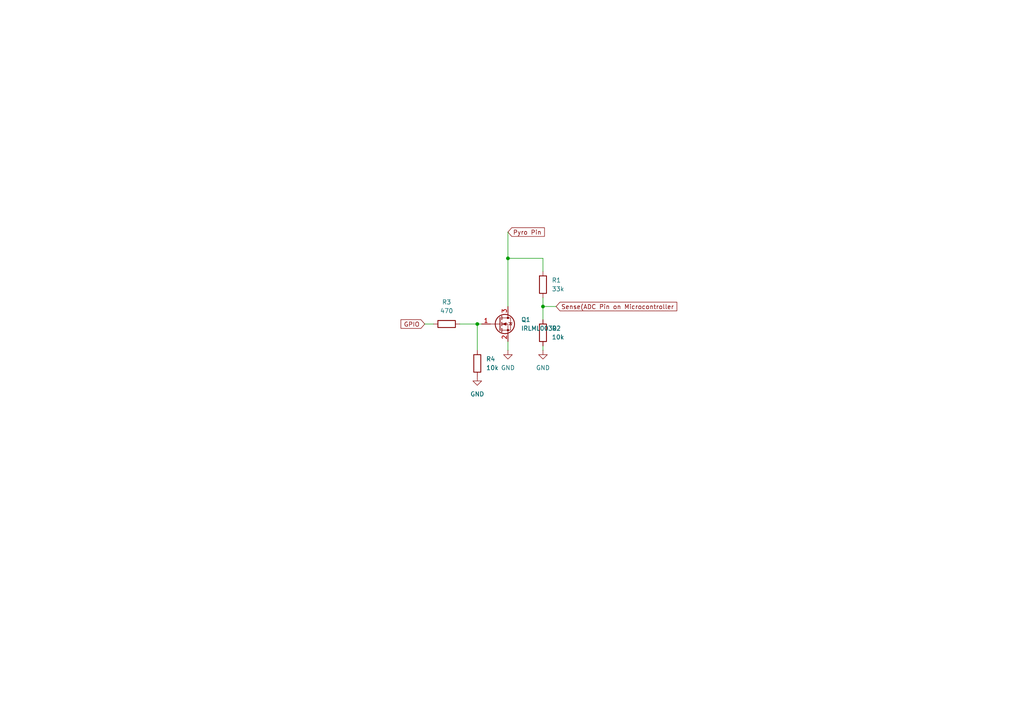
<source format=kicad_sch>
(kicad_sch
	(version 20231120)
	(generator "eeschema")
	(generator_version "8.0")
	(uuid "4b87987a-7eb1-4c92-aab7-f7fab4804919")
	(paper "A4")
	(lib_symbols
		(symbol "Device:R"
			(pin_numbers hide)
			(pin_names
				(offset 0)
			)
			(exclude_from_sim no)
			(in_bom yes)
			(on_board yes)
			(property "Reference" "R"
				(at 2.032 0 90)
				(effects
					(font
						(size 1.27 1.27)
					)
				)
			)
			(property "Value" "R"
				(at 0 0 90)
				(effects
					(font
						(size 1.27 1.27)
					)
				)
			)
			(property "Footprint" ""
				(at -1.778 0 90)
				(effects
					(font
						(size 1.27 1.27)
					)
					(hide yes)
				)
			)
			(property "Datasheet" "~"
				(at 0 0 0)
				(effects
					(font
						(size 1.27 1.27)
					)
					(hide yes)
				)
			)
			(property "Description" "Resistor"
				(at 0 0 0)
				(effects
					(font
						(size 1.27 1.27)
					)
					(hide yes)
				)
			)
			(property "ki_keywords" "R res resistor"
				(at 0 0 0)
				(effects
					(font
						(size 1.27 1.27)
					)
					(hide yes)
				)
			)
			(property "ki_fp_filters" "R_*"
				(at 0 0 0)
				(effects
					(font
						(size 1.27 1.27)
					)
					(hide yes)
				)
			)
			(symbol "R_0_1"
				(rectangle
					(start -1.016 -2.54)
					(end 1.016 2.54)
					(stroke
						(width 0.254)
						(type default)
					)
					(fill
						(type none)
					)
				)
			)
			(symbol "R_1_1"
				(pin passive line
					(at 0 3.81 270)
					(length 1.27)
					(name "~"
						(effects
							(font
								(size 1.27 1.27)
							)
						)
					)
					(number "1"
						(effects
							(font
								(size 1.27 1.27)
							)
						)
					)
				)
				(pin passive line
					(at 0 -3.81 90)
					(length 1.27)
					(name "~"
						(effects
							(font
								(size 1.27 1.27)
							)
						)
					)
					(number "2"
						(effects
							(font
								(size 1.27 1.27)
							)
						)
					)
				)
			)
		)
		(symbol "Transistor_FET:IRLML0030"
			(pin_names hide)
			(exclude_from_sim no)
			(in_bom yes)
			(on_board yes)
			(property "Reference" "Q"
				(at 5.08 1.905 0)
				(effects
					(font
						(size 1.27 1.27)
					)
					(justify left)
				)
			)
			(property "Value" "IRLML0030"
				(at 5.08 0 0)
				(effects
					(font
						(size 1.27 1.27)
					)
					(justify left)
				)
			)
			(property "Footprint" "Package_TO_SOT_SMD:SOT-23"
				(at 5.08 -1.905 0)
				(effects
					(font
						(size 1.27 1.27)
						(italic yes)
					)
					(justify left)
					(hide yes)
				)
			)
			(property "Datasheet" "https://www.infineon.com/dgdl/irlml0030pbf.pdf?fileId=5546d462533600a401535664773825df"
				(at 5.08 -3.81 0)
				(effects
					(font
						(size 1.27 1.27)
					)
					(justify left)
					(hide yes)
				)
			)
			(property "Description" "5.3A Id, 30V Vds, 27mOhm Rds, N-Channel HEXFET Power MOSFET, SOT-23"
				(at 0 0 0)
				(effects
					(font
						(size 1.27 1.27)
					)
					(hide yes)
				)
			)
			(property "ki_keywords" "N-Channel HEXFET MOSFET Logic-Level"
				(at 0 0 0)
				(effects
					(font
						(size 1.27 1.27)
					)
					(hide yes)
				)
			)
			(property "ki_fp_filters" "SOT?23*"
				(at 0 0 0)
				(effects
					(font
						(size 1.27 1.27)
					)
					(hide yes)
				)
			)
			(symbol "IRLML0030_0_1"
				(polyline
					(pts
						(xy 0.254 0) (xy -2.54 0)
					)
					(stroke
						(width 0)
						(type default)
					)
					(fill
						(type none)
					)
				)
				(polyline
					(pts
						(xy 0.254 1.905) (xy 0.254 -1.905)
					)
					(stroke
						(width 0.254)
						(type default)
					)
					(fill
						(type none)
					)
				)
				(polyline
					(pts
						(xy 0.762 -1.27) (xy 0.762 -2.286)
					)
					(stroke
						(width 0.254)
						(type default)
					)
					(fill
						(type none)
					)
				)
				(polyline
					(pts
						(xy 0.762 0.508) (xy 0.762 -0.508)
					)
					(stroke
						(width 0.254)
						(type default)
					)
					(fill
						(type none)
					)
				)
				(polyline
					(pts
						(xy 0.762 2.286) (xy 0.762 1.27)
					)
					(stroke
						(width 0.254)
						(type default)
					)
					(fill
						(type none)
					)
				)
				(polyline
					(pts
						(xy 2.54 2.54) (xy 2.54 1.778)
					)
					(stroke
						(width 0)
						(type default)
					)
					(fill
						(type none)
					)
				)
				(polyline
					(pts
						(xy 2.54 -2.54) (xy 2.54 0) (xy 0.762 0)
					)
					(stroke
						(width 0)
						(type default)
					)
					(fill
						(type none)
					)
				)
				(polyline
					(pts
						(xy 0.762 -1.778) (xy 3.302 -1.778) (xy 3.302 1.778) (xy 0.762 1.778)
					)
					(stroke
						(width 0)
						(type default)
					)
					(fill
						(type none)
					)
				)
				(polyline
					(pts
						(xy 1.016 0) (xy 2.032 0.381) (xy 2.032 -0.381) (xy 1.016 0)
					)
					(stroke
						(width 0)
						(type default)
					)
					(fill
						(type outline)
					)
				)
				(polyline
					(pts
						(xy 2.794 0.508) (xy 2.921 0.381) (xy 3.683 0.381) (xy 3.81 0.254)
					)
					(stroke
						(width 0)
						(type default)
					)
					(fill
						(type none)
					)
				)
				(polyline
					(pts
						(xy 3.302 0.381) (xy 2.921 -0.254) (xy 3.683 -0.254) (xy 3.302 0.381)
					)
					(stroke
						(width 0)
						(type default)
					)
					(fill
						(type none)
					)
				)
				(circle
					(center 1.651 0)
					(radius 2.794)
					(stroke
						(width 0.254)
						(type default)
					)
					(fill
						(type none)
					)
				)
				(circle
					(center 2.54 -1.778)
					(radius 0.254)
					(stroke
						(width 0)
						(type default)
					)
					(fill
						(type outline)
					)
				)
				(circle
					(center 2.54 1.778)
					(radius 0.254)
					(stroke
						(width 0)
						(type default)
					)
					(fill
						(type outline)
					)
				)
			)
			(symbol "IRLML0030_1_1"
				(pin input line
					(at -5.08 0 0)
					(length 2.54)
					(name "G"
						(effects
							(font
								(size 1.27 1.27)
							)
						)
					)
					(number "1"
						(effects
							(font
								(size 1.27 1.27)
							)
						)
					)
				)
				(pin passive line
					(at 2.54 -5.08 90)
					(length 2.54)
					(name "S"
						(effects
							(font
								(size 1.27 1.27)
							)
						)
					)
					(number "2"
						(effects
							(font
								(size 1.27 1.27)
							)
						)
					)
				)
				(pin passive line
					(at 2.54 5.08 270)
					(length 2.54)
					(name "D"
						(effects
							(font
								(size 1.27 1.27)
							)
						)
					)
					(number "3"
						(effects
							(font
								(size 1.27 1.27)
							)
						)
					)
				)
			)
		)
		(symbol "power:GND"
			(power)
			(pin_numbers hide)
			(pin_names
				(offset 0) hide)
			(exclude_from_sim no)
			(in_bom yes)
			(on_board yes)
			(property "Reference" "#PWR"
				(at 0 -6.35 0)
				(effects
					(font
						(size 1.27 1.27)
					)
					(hide yes)
				)
			)
			(property "Value" "GND"
				(at 0 -3.81 0)
				(effects
					(font
						(size 1.27 1.27)
					)
				)
			)
			(property "Footprint" ""
				(at 0 0 0)
				(effects
					(font
						(size 1.27 1.27)
					)
					(hide yes)
				)
			)
			(property "Datasheet" ""
				(at 0 0 0)
				(effects
					(font
						(size 1.27 1.27)
					)
					(hide yes)
				)
			)
			(property "Description" "Power symbol creates a global label with name \"GND\" , ground"
				(at 0 0 0)
				(effects
					(font
						(size 1.27 1.27)
					)
					(hide yes)
				)
			)
			(property "ki_keywords" "global power"
				(at 0 0 0)
				(effects
					(font
						(size 1.27 1.27)
					)
					(hide yes)
				)
			)
			(symbol "GND_0_1"
				(polyline
					(pts
						(xy 0 0) (xy 0 -1.27) (xy 1.27 -1.27) (xy 0 -2.54) (xy -1.27 -1.27) (xy 0 -1.27)
					)
					(stroke
						(width 0)
						(type default)
					)
					(fill
						(type none)
					)
				)
			)
			(symbol "GND_1_1"
				(pin power_in line
					(at 0 0 270)
					(length 0)
					(name "~"
						(effects
							(font
								(size 1.27 1.27)
							)
						)
					)
					(number "1"
						(effects
							(font
								(size 1.27 1.27)
							)
						)
					)
				)
			)
		)
	)
	(junction
		(at 157.48 88.9)
		(diameter 0)
		(color 0 0 0 0)
		(uuid "361bd199-c83b-46f9-a24c-c52540b01dc0")
	)
	(junction
		(at 138.43 93.98)
		(diameter 0)
		(color 0 0 0 0)
		(uuid "7365fe91-3984-490a-98c4-6542f2b954e3")
	)
	(junction
		(at 147.32 74.93)
		(diameter 0)
		(color 0 0 0 0)
		(uuid "a2ced5c6-acbd-4f64-96b1-51be3960d09d")
	)
	(wire
		(pts
			(xy 123.19 93.98) (xy 125.73 93.98)
		)
		(stroke
			(width 0)
			(type default)
		)
		(uuid "0b4682c7-11dd-4430-ac50-621e15c2ac94")
	)
	(wire
		(pts
			(xy 133.35 93.98) (xy 138.43 93.98)
		)
		(stroke
			(width 0)
			(type default)
		)
		(uuid "10bc0243-753a-4c9b-bd37-73a4e64856b9")
	)
	(wire
		(pts
			(xy 147.32 99.06) (xy 147.32 101.6)
		)
		(stroke
			(width 0)
			(type default)
		)
		(uuid "12eae229-d9e6-4a7b-b6b3-76e4850a0d1e")
	)
	(wire
		(pts
			(xy 157.48 88.9) (xy 161.29 88.9)
		)
		(stroke
			(width 0)
			(type default)
		)
		(uuid "3e386e6e-f7d5-4e39-906b-8b342117d958")
	)
	(wire
		(pts
			(xy 147.32 74.93) (xy 157.48 74.93)
		)
		(stroke
			(width 0)
			(type default)
		)
		(uuid "564ce957-93e3-4d25-a8b5-4f7f3fc0a711")
	)
	(wire
		(pts
			(xy 157.48 88.9) (xy 157.48 92.71)
		)
		(stroke
			(width 0)
			(type default)
		)
		(uuid "6ccf4325-4c08-4a64-b212-e0e74239f7f4")
	)
	(wire
		(pts
			(xy 147.32 74.93) (xy 147.32 88.9)
		)
		(stroke
			(width 0)
			(type default)
		)
		(uuid "80d7b41a-cd68-49bf-b1ab-5d2a9c850f69")
	)
	(wire
		(pts
			(xy 157.48 74.93) (xy 157.48 78.74)
		)
		(stroke
			(width 0)
			(type default)
		)
		(uuid "86dbbdee-6d8d-497a-b549-3fc7e484fccf")
	)
	(wire
		(pts
			(xy 138.43 93.98) (xy 139.7 93.98)
		)
		(stroke
			(width 0)
			(type default)
		)
		(uuid "b5be83f2-7d61-4a62-890c-5698ab22c3cc")
	)
	(wire
		(pts
			(xy 157.48 100.33) (xy 157.48 101.6)
		)
		(stroke
			(width 0)
			(type default)
		)
		(uuid "ba5248e2-b6c6-4946-a132-154cb44733d7")
	)
	(wire
		(pts
			(xy 138.43 93.98) (xy 138.43 101.6)
		)
		(stroke
			(width 0)
			(type default)
		)
		(uuid "c98636a9-0bc6-4f9d-9f99-80278e6983e3")
	)
	(wire
		(pts
			(xy 157.48 86.36) (xy 157.48 88.9)
		)
		(stroke
			(width 0)
			(type default)
		)
		(uuid "cb2961fc-3ca2-40bb-82db-3581d54a969d")
	)
	(wire
		(pts
			(xy 147.32 67.31) (xy 147.32 74.93)
		)
		(stroke
			(width 0)
			(type default)
		)
		(uuid "e8916761-a0b3-4277-88d7-88b2e968c89d")
	)
	(global_label "Sense(ADC Pin on Microcontroller"
		(shape input)
		(at 161.29 88.9 0)
		(fields_autoplaced yes)
		(effects
			(font
				(size 1.27 1.27)
			)
			(justify left)
		)
		(uuid "9ae49465-73e6-4938-9ca6-1c2c267f6273")
		(property "Intersheetrefs" "${INTERSHEET_REFS}"
			(at 196.8716 88.9 0)
			(effects
				(font
					(size 1.27 1.27)
				)
				(justify left)
				(hide yes)
			)
		)
	)
	(global_label "Pyro Pin"
		(shape input)
		(at 147.32 67.31 0)
		(fields_autoplaced yes)
		(effects
			(font
				(size 1.27 1.27)
			)
			(justify left)
		)
		(uuid "e5c168cf-710c-45c5-80a2-ef9616aea573")
		(property "Intersheetrefs" "${INTERSHEET_REFS}"
			(at 158.4694 67.31 0)
			(effects
				(font
					(size 1.27 1.27)
				)
				(justify left)
				(hide yes)
			)
		)
	)
	(global_label "GPIO"
		(shape input)
		(at 123.19 93.98 180)
		(fields_autoplaced yes)
		(effects
			(font
				(size 1.27 1.27)
			)
			(justify right)
		)
		(uuid "e690acda-f860-4df0-9421-ceba97c81b91")
		(property "Intersheetrefs" "${INTERSHEET_REFS}"
			(at 115.7295 93.98 0)
			(effects
				(font
					(size 1.27 1.27)
				)
				(justify right)
				(hide yes)
			)
		)
	)
	(symbol
		(lib_id "power:GND")
		(at 157.48 101.6 0)
		(unit 1)
		(exclude_from_sim no)
		(in_bom yes)
		(on_board yes)
		(dnp no)
		(fields_autoplaced yes)
		(uuid "11154fcb-4cd5-4119-bc38-8683573a5df1")
		(property "Reference" "#PWR03"
			(at 157.48 107.95 0)
			(effects
				(font
					(size 1.27 1.27)
				)
				(hide yes)
			)
		)
		(property "Value" "GND"
			(at 157.48 106.68 0)
			(effects
				(font
					(size 1.27 1.27)
				)
			)
		)
		(property "Footprint" ""
			(at 157.48 101.6 0)
			(effects
				(font
					(size 1.27 1.27)
				)
				(hide yes)
			)
		)
		(property "Datasheet" ""
			(at 157.48 101.6 0)
			(effects
				(font
					(size 1.27 1.27)
				)
				(hide yes)
			)
		)
		(property "Description" "Power symbol creates a global label with name \"GND\" , ground"
			(at 157.48 101.6 0)
			(effects
				(font
					(size 1.27 1.27)
				)
				(hide yes)
			)
		)
		(pin "1"
			(uuid "85c97601-4c4e-4438-9dfe-17dc8ef38ea9")
		)
		(instances
			(project ""
				(path "/4b87987a-7eb1-4c92-aab7-f7fab4804919"
					(reference "#PWR03")
					(unit 1)
				)
			)
		)
	)
	(symbol
		(lib_id "power:GND")
		(at 147.32 101.6 0)
		(unit 1)
		(exclude_from_sim no)
		(in_bom yes)
		(on_board yes)
		(dnp no)
		(fields_autoplaced yes)
		(uuid "19199bb1-b0f3-4249-bd95-d779a6988e04")
		(property "Reference" "#PWR02"
			(at 147.32 107.95 0)
			(effects
				(font
					(size 1.27 1.27)
				)
				(hide yes)
			)
		)
		(property "Value" "GND"
			(at 147.32 106.68 0)
			(effects
				(font
					(size 1.27 1.27)
				)
			)
		)
		(property "Footprint" ""
			(at 147.32 101.6 0)
			(effects
				(font
					(size 1.27 1.27)
				)
				(hide yes)
			)
		)
		(property "Datasheet" ""
			(at 147.32 101.6 0)
			(effects
				(font
					(size 1.27 1.27)
				)
				(hide yes)
			)
		)
		(property "Description" "Power symbol creates a global label with name \"GND\" , ground"
			(at 147.32 101.6 0)
			(effects
				(font
					(size 1.27 1.27)
				)
				(hide yes)
			)
		)
		(pin "1"
			(uuid "7571d34d-117b-4993-864a-b45789e78929")
		)
		(instances
			(project ""
				(path "/4b87987a-7eb1-4c92-aab7-f7fab4804919"
					(reference "#PWR02")
					(unit 1)
				)
			)
		)
	)
	(symbol
		(lib_id "Device:R")
		(at 157.48 82.55 0)
		(unit 1)
		(exclude_from_sim no)
		(in_bom yes)
		(on_board yes)
		(dnp no)
		(fields_autoplaced yes)
		(uuid "2ce37ef8-f96f-4a28-aab8-8f1312abc4a7")
		(property "Reference" "R1"
			(at 160.02 81.2799 0)
			(effects
				(font
					(size 1.27 1.27)
				)
				(justify left)
			)
		)
		(property "Value" "33k"
			(at 160.02 83.8199 0)
			(effects
				(font
					(size 1.27 1.27)
				)
				(justify left)
			)
		)
		(property "Footprint" "Resistor_SMD:R_0402_1005Metric"
			(at 155.702 82.55 90)
			(effects
				(font
					(size 1.27 1.27)
				)
				(hide yes)
			)
		)
		(property "Datasheet" "~"
			(at 157.48 82.55 0)
			(effects
				(font
					(size 1.27 1.27)
				)
				(hide yes)
			)
		)
		(property "Description" "Resistor"
			(at 157.48 82.55 0)
			(effects
				(font
					(size 1.27 1.27)
				)
				(hide yes)
			)
		)
		(pin "2"
			(uuid "8304be23-88db-4e67-aaf9-dc94a8333d18")
		)
		(pin "1"
			(uuid "18adcd9b-bf2a-4ff0-bd46-0e3c0e11c8c7")
		)
		(instances
			(project ""
				(path "/4b87987a-7eb1-4c92-aab7-f7fab4804919"
					(reference "R1")
					(unit 1)
				)
			)
		)
	)
	(symbol
		(lib_id "power:GND")
		(at 138.43 109.22 0)
		(unit 1)
		(exclude_from_sim no)
		(in_bom yes)
		(on_board yes)
		(dnp no)
		(fields_autoplaced yes)
		(uuid "7b10395b-93c5-4697-b543-741da63e34eb")
		(property "Reference" "#PWR01"
			(at 138.43 115.57 0)
			(effects
				(font
					(size 1.27 1.27)
				)
				(hide yes)
			)
		)
		(property "Value" "GND"
			(at 138.43 114.3 0)
			(effects
				(font
					(size 1.27 1.27)
				)
			)
		)
		(property "Footprint" ""
			(at 138.43 109.22 0)
			(effects
				(font
					(size 1.27 1.27)
				)
				(hide yes)
			)
		)
		(property "Datasheet" ""
			(at 138.43 109.22 0)
			(effects
				(font
					(size 1.27 1.27)
				)
				(hide yes)
			)
		)
		(property "Description" "Power symbol creates a global label with name \"GND\" , ground"
			(at 138.43 109.22 0)
			(effects
				(font
					(size 1.27 1.27)
				)
				(hide yes)
			)
		)
		(pin "1"
			(uuid "528ef6ab-e094-46c6-a147-df9daef37f1a")
		)
		(instances
			(project ""
				(path "/4b87987a-7eb1-4c92-aab7-f7fab4804919"
					(reference "#PWR01")
					(unit 1)
				)
			)
		)
	)
	(symbol
		(lib_id "Device:R")
		(at 129.54 93.98 90)
		(unit 1)
		(exclude_from_sim no)
		(in_bom yes)
		(on_board yes)
		(dnp no)
		(fields_autoplaced yes)
		(uuid "7e54f64b-fed6-4338-ba75-8de4bbaeb89c")
		(property "Reference" "R3"
			(at 129.54 87.63 90)
			(effects
				(font
					(size 1.27 1.27)
				)
			)
		)
		(property "Value" "470"
			(at 129.54 90.17 90)
			(effects
				(font
					(size 1.27 1.27)
				)
			)
		)
		(property "Footprint" "Resistor_SMD:R_0402_1005Metric"
			(at 129.54 95.758 90)
			(effects
				(font
					(size 1.27 1.27)
				)
				(hide yes)
			)
		)
		(property "Datasheet" "~"
			(at 129.54 93.98 0)
			(effects
				(font
					(size 1.27 1.27)
				)
				(hide yes)
			)
		)
		(property "Description" "Resistor"
			(at 129.54 93.98 0)
			(effects
				(font
					(size 1.27 1.27)
				)
				(hide yes)
			)
		)
		(pin "2"
			(uuid "f2815d68-2f9a-4896-8193-e83d43aad2da")
		)
		(pin "1"
			(uuid "4eab3356-8ad2-4553-a8b5-86ec89cccb28")
		)
		(instances
			(project ""
				(path "/4b87987a-7eb1-4c92-aab7-f7fab4804919"
					(reference "R3")
					(unit 1)
				)
			)
		)
	)
	(symbol
		(lib_id "Transistor_FET:IRLML0030")
		(at 144.78 93.98 0)
		(unit 1)
		(exclude_from_sim no)
		(in_bom yes)
		(on_board yes)
		(dnp no)
		(fields_autoplaced yes)
		(uuid "81dba7f1-cba7-48ec-97f7-c215fe06607f")
		(property "Reference" "Q1"
			(at 151.13 92.7099 0)
			(effects
				(font
					(size 1.27 1.27)
				)
				(justify left)
			)
		)
		(property "Value" "IRLML0030"
			(at 151.13 95.2499 0)
			(effects
				(font
					(size 1.27 1.27)
				)
				(justify left)
			)
		)
		(property "Footprint" "Package_TO_SOT_SMD:SOT-23"
			(at 149.86 95.885 0)
			(effects
				(font
					(size 1.27 1.27)
					(italic yes)
				)
				(justify left)
				(hide yes)
			)
		)
		(property "Datasheet" "https://www.infineon.com/dgdl/irlml0030pbf.pdf?fileId=5546d462533600a401535664773825df"
			(at 149.86 97.79 0)
			(effects
				(font
					(size 1.27 1.27)
				)
				(justify left)
				(hide yes)
			)
		)
		(property "Description" "5.3A Id, 30V Vds, 27mOhm Rds, N-Channel HEXFET Power MOSFET, SOT-23"
			(at 144.78 93.98 0)
			(effects
				(font
					(size 1.27 1.27)
				)
				(hide yes)
			)
		)
		(pin "1"
			(uuid "79a461ba-b799-4802-93e5-c04f39f7dcf1")
		)
		(pin "2"
			(uuid "a1521a5b-3bce-4680-ae70-80fad17d76c9")
		)
		(pin "3"
			(uuid "9c02477f-60d1-4a35-828d-7d0d1318550b")
		)
		(instances
			(project ""
				(path "/4b87987a-7eb1-4c92-aab7-f7fab4804919"
					(reference "Q1")
					(unit 1)
				)
			)
		)
	)
	(symbol
		(lib_id "Device:R")
		(at 138.43 105.41 0)
		(unit 1)
		(exclude_from_sim no)
		(in_bom yes)
		(on_board yes)
		(dnp no)
		(fields_autoplaced yes)
		(uuid "85222c6d-3bde-48e0-bb81-e3560db769d5")
		(property "Reference" "R4"
			(at 140.97 104.1399 0)
			(effects
				(font
					(size 1.27 1.27)
				)
				(justify left)
			)
		)
		(property "Value" "10k"
			(at 140.97 106.6799 0)
			(effects
				(font
					(size 1.27 1.27)
				)
				(justify left)
			)
		)
		(property "Footprint" "Resistor_SMD:R_0402_1005Metric"
			(at 136.652 105.41 90)
			(effects
				(font
					(size 1.27 1.27)
				)
				(hide yes)
			)
		)
		(property "Datasheet" "~"
			(at 138.43 105.41 0)
			(effects
				(font
					(size 1.27 1.27)
				)
				(hide yes)
			)
		)
		(property "Description" "Resistor"
			(at 138.43 105.41 0)
			(effects
				(font
					(size 1.27 1.27)
				)
				(hide yes)
			)
		)
		(pin "2"
			(uuid "32568927-85fe-4f42-8d20-7a88a8624b82")
		)
		(pin "1"
			(uuid "2b3a1c70-b601-4294-9d04-add5a4cfdcf4")
		)
		(instances
			(project ""
				(path "/4b87987a-7eb1-4c92-aab7-f7fab4804919"
					(reference "R4")
					(unit 1)
				)
			)
		)
	)
	(symbol
		(lib_id "Device:R")
		(at 157.48 96.52 0)
		(unit 1)
		(exclude_from_sim no)
		(in_bom yes)
		(on_board yes)
		(dnp no)
		(fields_autoplaced yes)
		(uuid "d7f8dfba-0e14-40de-8057-a5a50ade0f9c")
		(property "Reference" "R2"
			(at 160.02 95.2499 0)
			(effects
				(font
					(size 1.27 1.27)
				)
				(justify left)
			)
		)
		(property "Value" "10k"
			(at 160.02 97.7899 0)
			(effects
				(font
					(size 1.27 1.27)
				)
				(justify left)
			)
		)
		(property "Footprint" "Resistor_SMD:R_0402_1005Metric"
			(at 155.702 96.52 90)
			(effects
				(font
					(size 1.27 1.27)
				)
				(hide yes)
			)
		)
		(property "Datasheet" "~"
			(at 157.48 96.52 0)
			(effects
				(font
					(size 1.27 1.27)
				)
				(hide yes)
			)
		)
		(property "Description" "Resistor"
			(at 157.48 96.52 0)
			(effects
				(font
					(size 1.27 1.27)
				)
				(hide yes)
			)
		)
		(pin "2"
			(uuid "ab5e8ebe-c750-4d03-acf6-ce529b831d8b")
		)
		(pin "1"
			(uuid "9d280d3e-a58f-4ccb-b81e-b111d6803c6b")
		)
		(instances
			(project ""
				(path "/4b87987a-7eb1-4c92-aab7-f7fab4804919"
					(reference "R2")
					(unit 1)
				)
			)
		)
	)
	(sheet_instances
		(path "/"
			(page "1")
		)
	)
)

</source>
